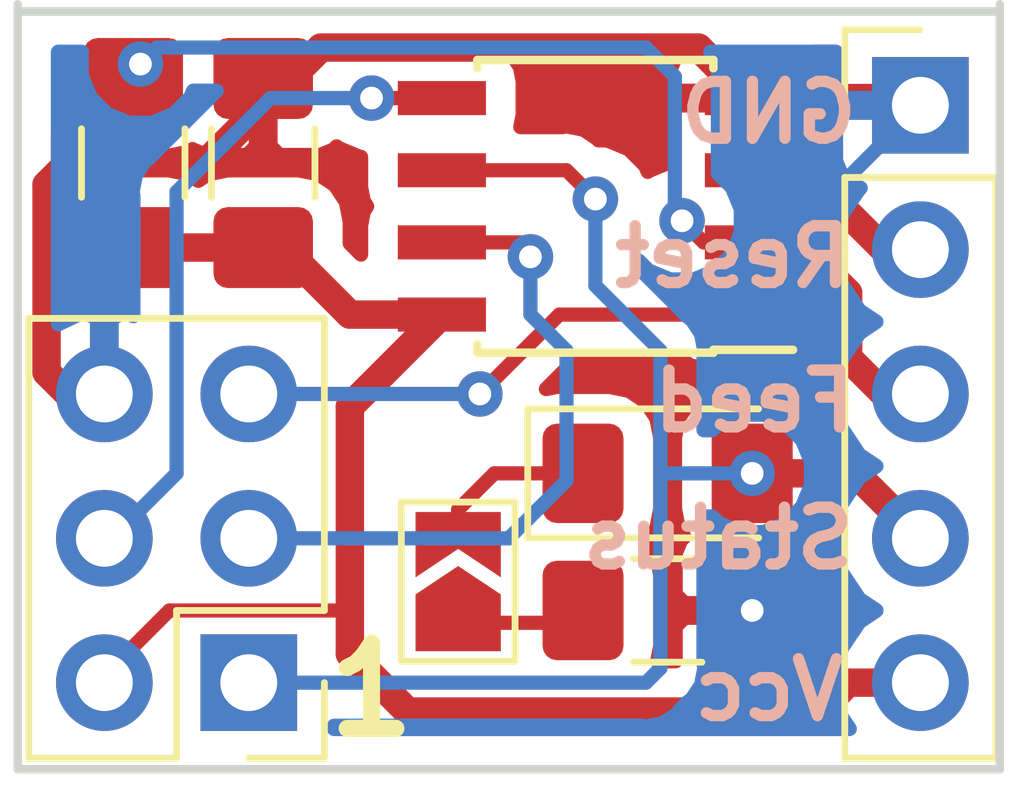
<source format=kicad_pcb>
(kicad_pcb (version 20171130) (host pcbnew 5.0.2+dfsg1-1)

  (general
    (thickness 1.6)
    (drawings 10)
    (tracks 86)
    (zones 0)
    (modules 8)
    (nets 11)
  )

  (page A4)
  (layers
    (0 F.Cu signal)
    (31 B.Cu signal)
    (32 B.Adhes user)
    (33 F.Adhes user)
    (34 B.Paste user)
    (35 F.Paste user)
    (36 B.SilkS user)
    (37 F.SilkS user)
    (38 B.Mask user)
    (39 F.Mask user)
    (40 Dwgs.User user)
    (41 Cmts.User user)
    (42 Eco1.User user)
    (43 Eco2.User user)
    (44 Edge.Cuts user)
    (45 Margin user)
    (46 B.CrtYd user)
    (47 F.CrtYd user)
    (48 B.Fab user)
    (49 F.Fab user)
  )

  (setup
    (last_trace_width 0.5)
    (user_trace_width 0.5)
    (trace_clearance 0.2)
    (zone_clearance 0.508)
    (zone_45_only no)
    (trace_min 0.2)
    (segment_width 0.2)
    (edge_width 0.15)
    (via_size 0.8)
    (via_drill 0.4)
    (via_min_size 0.4)
    (via_min_drill 0.3)
    (uvia_size 0.3)
    (uvia_drill 0.1)
    (uvias_allowed no)
    (uvia_min_size 0.2)
    (uvia_min_drill 0.1)
    (pcb_text_width 0.3)
    (pcb_text_size 1.5 1.5)
    (mod_edge_width 0.15)
    (mod_text_size 1 1)
    (mod_text_width 0.15)
    (pad_size 1.524 1.524)
    (pad_drill 0.762)
    (pad_to_mask_clearance 0.051)
    (solder_mask_min_width 0.25)
    (aux_axis_origin 0 0)
    (visible_elements FFFFFF7F)
    (pcbplotparams
      (layerselection 0x010fc_ffffffff)
      (usegerberextensions false)
      (usegerberattributes false)
      (usegerberadvancedattributes false)
      (creategerberjobfile false)
      (excludeedgelayer true)
      (linewidth 0.100000)
      (plotframeref false)
      (viasonmask false)
      (mode 1)
      (useauxorigin false)
      (hpglpennumber 1)
      (hpglpenspeed 20)
      (hpglpendiameter 15.000000)
      (psnegative false)
      (psa4output false)
      (plotreference true)
      (plotvalue true)
      (plotinvisibletext false)
      (padsonsilk false)
      (subtractmaskfromsilk false)
      (outputformat 1)
      (mirror false)
      (drillshape 1)
      (scaleselection 1)
      (outputdirectory ""))
  )

  (net 0 "")
  (net 1 GND)
  (net 2 "Net-(C1-Pad2)")
  (net 3 "Net-(J1-Pad3)")
  (net 4 "Net-(J2-Pad3)")
  (net 5 "Net-(J2-Pad4)")
  (net 6 "Net-(J2-Pad5)")
  (net 7 "Net-(D1-Pad1)")
  (net 8 "Net-(D1-Pad2)")
  (net 9 "Net-(J1-Pad2)")
  (net 10 "Net-(JP1-Pad1)")

  (net_class Default "Dies ist die voreingestellte Netzklasse."
    (clearance 0.2)
    (trace_width 0.25)
    (via_dia 0.8)
    (via_drill 0.4)
    (uvia_dia 0.3)
    (uvia_drill 0.1)
    (add_net GND)
    (add_net "Net-(C1-Pad2)")
    (add_net "Net-(D1-Pad1)")
    (add_net "Net-(D1-Pad2)")
    (add_net "Net-(J1-Pad2)")
    (add_net "Net-(J1-Pad3)")
    (add_net "Net-(J2-Pad3)")
    (add_net "Net-(J2-Pad4)")
    (add_net "Net-(J2-Pad5)")
    (add_net "Net-(JP1-Pad1)")
  )

  (module Connector_PinHeader_2.54mm:PinHeader_1x05_P2.54mm_Vertical (layer F.Cu) (tedit 5DE25093) (tstamp 5DE252D8)
    (at 115.57 72.009)
    (descr "Through hole straight pin header, 1x05, 2.54mm pitch, single row")
    (tags "Through hole pin header THT 1x05 2.54mm single row")
    (path /5DE24AD1)
    (fp_text reference J1 (at 0 -2.33) (layer F.SilkS) hide
      (effects (font (size 1 1) (thickness 0.15)))
    )
    (fp_text value Conn_01x05_Male (at 0 12.49) (layer F.Fab) hide
      (effects (font (size 1 1) (thickness 0.15)))
    )
    (fp_line (start -0.635 -1.27) (end 1.27 -1.27) (layer F.Fab) (width 0.1))
    (fp_line (start 1.27 -1.27) (end 1.27 11.43) (layer F.Fab) (width 0.1))
    (fp_line (start 1.27 11.43) (end -1.27 11.43) (layer F.Fab) (width 0.1))
    (fp_line (start -1.27 11.43) (end -1.27 -0.635) (layer F.Fab) (width 0.1))
    (fp_line (start -1.27 -0.635) (end -0.635 -1.27) (layer F.Fab) (width 0.1))
    (fp_line (start -1.33 11.49) (end 1.33 11.49) (layer F.SilkS) (width 0.12))
    (fp_line (start -1.33 1.27) (end -1.33 11.49) (layer F.SilkS) (width 0.12))
    (fp_line (start 1.33 1.27) (end 1.33 11.49) (layer F.SilkS) (width 0.12))
    (fp_line (start -1.33 1.27) (end 1.33 1.27) (layer F.SilkS) (width 0.12))
    (fp_line (start -1.33 0) (end -1.33 -1.33) (layer F.SilkS) (width 0.12))
    (fp_line (start -1.33 -1.33) (end 0 -1.33) (layer F.SilkS) (width 0.12))
    (fp_line (start -1.8 -1.8) (end -1.8 11.95) (layer F.CrtYd) (width 0.05))
    (fp_line (start -1.8 11.95) (end 1.8 11.95) (layer F.CrtYd) (width 0.05))
    (fp_line (start 1.8 11.95) (end 1.8 -1.8) (layer F.CrtYd) (width 0.05))
    (fp_line (start 1.8 -1.8) (end -1.8 -1.8) (layer F.CrtYd) (width 0.05))
    (fp_text user %R (at 0 5.08 90) (layer F.Fab) hide
      (effects (font (size 1 1) (thickness 0.15)))
    )
    (pad 1 thru_hole rect (at 0 0) (size 1.7 1.7) (drill 1) (layers *.Cu *.Mask)
      (net 1 GND))
    (pad 2 thru_hole oval (at 0 2.54) (size 1.7 1.7) (drill 1) (layers *.Cu *.Mask)
      (net 9 "Net-(J1-Pad2)"))
    (pad 3 thru_hole oval (at 0 5.08) (size 1.7 1.7) (drill 1) (layers *.Cu *.Mask)
      (net 3 "Net-(J1-Pad3)"))
    (pad 4 thru_hole oval (at 0 7.62) (size 1.7 1.7) (drill 1) (layers *.Cu *.Mask)
      (net 8 "Net-(D1-Pad2)"))
    (pad 5 thru_hole oval (at 0 10.16) (size 1.7 1.7) (drill 1) (layers *.Cu *.Mask)
      (net 2 "Net-(C1-Pad2)"))
    (model ${KISYS3DMOD}/Connector_PinHeader_2.54mm.3dshapes/PinHeader_1x05_P2.54mm_Vertical.wrl
      (at (xyz 0 0 0))
      (scale (xyz 1 1 1))
      (rotate (xyz 0 0 0))
    )
  )

  (module Connector_PinHeader_2.54mm:PinHeader_2x03_P2.54mm_Vertical (layer F.Cu) (tedit 5DE28A41) (tstamp 5DE2909D)
    (at 103.759 82.169 180)
    (descr "Through hole straight pin header, 2x03, 2.54mm pitch, double rows")
    (tags "Through hole pin header THT 2x03 2.54mm double row")
    (path /5DE26AC8)
    (fp_text reference J2 (at 1.27 -2.33 180) (layer F.SilkS) hide
      (effects (font (size 1 1) (thickness 0.15)))
    )
    (fp_text value AVR-ISP-6 (at 1.27 7.41 180) (layer F.Fab) hide
      (effects (font (size 1 1) (thickness 0.15)))
    )
    (fp_line (start 0 -1.27) (end 3.81 -1.27) (layer F.Fab) (width 0.1))
    (fp_line (start 3.81 -1.27) (end 3.81 6.35) (layer F.Fab) (width 0.1))
    (fp_line (start 3.81 6.35) (end -1.27 6.35) (layer F.Fab) (width 0.1))
    (fp_line (start -1.27 6.35) (end -1.27 0) (layer F.Fab) (width 0.1))
    (fp_line (start -1.27 0) (end 0 -1.27) (layer F.Fab) (width 0.1))
    (fp_line (start -1.33 6.41) (end 3.87 6.41) (layer F.SilkS) (width 0.12))
    (fp_line (start -1.33 1.27) (end -1.33 6.41) (layer F.SilkS) (width 0.12))
    (fp_line (start 3.87 -1.33) (end 3.87 6.41) (layer F.SilkS) (width 0.12))
    (fp_line (start -1.33 1.27) (end 1.27 1.27) (layer F.SilkS) (width 0.12))
    (fp_line (start 1.27 1.27) (end 1.27 -1.33) (layer F.SilkS) (width 0.12))
    (fp_line (start 1.27 -1.33) (end 3.87 -1.33) (layer F.SilkS) (width 0.12))
    (fp_line (start -1.33 0) (end -1.33 -1.33) (layer F.SilkS) (width 0.12))
    (fp_line (start -1.33 -1.33) (end 0 -1.33) (layer F.SilkS) (width 0.12))
    (fp_line (start -1.8 -1.8) (end -1.8 6.85) (layer F.CrtYd) (width 0.05))
    (fp_line (start -1.8 6.85) (end 4.35 6.85) (layer F.CrtYd) (width 0.05))
    (fp_line (start 4.35 6.85) (end 4.35 -1.8) (layer F.CrtYd) (width 0.05))
    (fp_line (start 4.35 -1.8) (end -1.8 -1.8) (layer F.CrtYd) (width 0.05))
    (fp_text user %R (at 1.27 2.54 270) (layer F.Fab) hide
      (effects (font (size 1 1) (thickness 0.15)))
    )
    (pad 1 thru_hole rect (at 0 0 180) (size 1.7 1.7) (drill 1) (layers *.Cu *.Mask)
      (net 8 "Net-(D1-Pad2)"))
    (pad 2 thru_hole oval (at 2.54 0 180) (size 1.7 1.7) (drill 1) (layers *.Cu *.Mask)
      (net 2 "Net-(C1-Pad2)"))
    (pad 3 thru_hole oval (at 0 2.54 180) (size 1.7 1.7) (drill 1) (layers *.Cu *.Mask)
      (net 4 "Net-(J2-Pad3)"))
    (pad 4 thru_hole oval (at 2.54 2.54 180) (size 1.7 1.7) (drill 1) (layers *.Cu *.Mask)
      (net 5 "Net-(J2-Pad4)"))
    (pad 5 thru_hole oval (at 0 5.08 180) (size 1.7 1.7) (drill 1) (layers *.Cu *.Mask)
      (net 6 "Net-(J2-Pad5)"))
    (pad 6 thru_hole oval (at 2.54 5.08 180) (size 1.7 1.7) (drill 1) (layers *.Cu *.Mask)
      (net 1 GND))
    (model ${KISYS3DMOD}/Connector_PinHeader_2.54mm.3dshapes/PinHeader_2x03_P2.54mm_Vertical.wrl
      (at (xyz 0 0 0))
      (scale (xyz 1 1 1))
      (rotate (xyz 0 0 0))
    )
  )

  (module Capacitor_SMD:C_1206_3216Metric_Pad1.42x1.75mm_HandSolder (layer F.Cu) (tedit 5DE566B8) (tstamp 5DE564EE)
    (at 104.013 73.025 270)
    (descr "Capacitor SMD 1206 (3216 Metric), square (rectangular) end terminal, IPC_7351 nominal with elongated pad for handsoldering. (Body size source: http://www.tortai-tech.com/upload/download/2011102023233369053.pdf), generated with kicad-footprint-generator")
    (tags "capacitor handsolder")
    (path /5DE24E1B)
    (attr smd)
    (fp_text reference C1 (at 0 -1.82 270) (layer F.SilkS) hide
      (effects (font (size 1 1) (thickness 0.15)))
    )
    (fp_text value 47nF (at 0 1.82 270) (layer F.Fab) hide
      (effects (font (size 1 1) (thickness 0.15)))
    )
    (fp_line (start -1.6 0.8) (end -1.6 -0.8) (layer F.Fab) (width 0.1))
    (fp_line (start -1.6 -0.8) (end 1.6 -0.8) (layer F.Fab) (width 0.1))
    (fp_line (start 1.6 -0.8) (end 1.6 0.8) (layer F.Fab) (width 0.1))
    (fp_line (start 1.6 0.8) (end -1.6 0.8) (layer F.Fab) (width 0.1))
    (fp_line (start -0.602064 -0.91) (end 0.602064 -0.91) (layer F.SilkS) (width 0.12))
    (fp_line (start -0.602064 0.91) (end 0.602064 0.91) (layer F.SilkS) (width 0.12))
    (fp_line (start -2.45 1.12) (end -2.45 -1.12) (layer F.CrtYd) (width 0.05))
    (fp_line (start -2.45 -1.12) (end 2.45 -1.12) (layer F.CrtYd) (width 0.05))
    (fp_line (start 2.45 -1.12) (end 2.45 1.12) (layer F.CrtYd) (width 0.05))
    (fp_line (start 2.45 1.12) (end -2.45 1.12) (layer F.CrtYd) (width 0.05))
    (fp_text user %R (at 0 0 270) (layer F.Fab) hide
      (effects (font (size 0.8 0.8) (thickness 0.12)))
    )
    (pad 1 smd roundrect (at -1.4875 0 270) (size 1.425 1.75) (layers F.Cu F.Paste F.Mask) (roundrect_rratio 0.175439)
      (net 1 GND))
    (pad 2 smd roundrect (at 1.4875 0 270) (size 1.425 1.75) (layers F.Cu F.Paste F.Mask) (roundrect_rratio 0.175439)
      (net 2 "Net-(C1-Pad2)"))
    (model ${KISYS3DMOD}/Capacitor_SMD.3dshapes/C_1206_3216Metric.wrl
      (at (xyz 0 0 0))
      (scale (xyz 1 1 1))
      (rotate (xyz 0 0 0))
    )
  )

  (module LED_SMD:LED_1206_3216Metric_Pad1.42x1.75mm_HandSolder (layer F.Cu) (tedit 5DE566AC) (tstamp 5DE56501)
    (at 111.125 78.486)
    (descr "LED SMD 1206 (3216 Metric), square (rectangular) end terminal, IPC_7351 nominal, (Body size source: http://www.tortai-tech.com/upload/download/2011102023233369053.pdf), generated with kicad-footprint-generator")
    (tags "LED handsolder")
    (path /5DE5654E)
    (attr smd)
    (fp_text reference D1 (at 0 -1.82) (layer F.SilkS) hide
      (effects (font (size 1 1) (thickness 0.15)))
    )
    (fp_text value LED (at 0 1.82) (layer F.Fab) hide
      (effects (font (size 1 1) (thickness 0.15)))
    )
    (fp_line (start 1.6 -0.8) (end -1.2 -0.8) (layer F.Fab) (width 0.1))
    (fp_line (start -1.2 -0.8) (end -1.6 -0.4) (layer F.Fab) (width 0.1))
    (fp_line (start -1.6 -0.4) (end -1.6 0.8) (layer F.Fab) (width 0.1))
    (fp_line (start -1.6 0.8) (end 1.6 0.8) (layer F.Fab) (width 0.1))
    (fp_line (start 1.6 0.8) (end 1.6 -0.8) (layer F.Fab) (width 0.1))
    (fp_line (start 1.6 -1.135) (end -2.46 -1.135) (layer F.SilkS) (width 0.12))
    (fp_line (start -2.46 -1.135) (end -2.46 1.135) (layer F.SilkS) (width 0.12))
    (fp_line (start -2.46 1.135) (end 1.6 1.135) (layer F.SilkS) (width 0.12))
    (fp_line (start -2.45 1.12) (end -2.45 -1.12) (layer F.CrtYd) (width 0.05))
    (fp_line (start -2.45 -1.12) (end 2.45 -1.12) (layer F.CrtYd) (width 0.05))
    (fp_line (start 2.45 -1.12) (end 2.45 1.12) (layer F.CrtYd) (width 0.05))
    (fp_line (start 2.45 1.12) (end -2.45 1.12) (layer F.CrtYd) (width 0.05))
    (fp_text user %R (at 0 0) (layer F.Fab) hide
      (effects (font (size 0.8 0.8) (thickness 0.12)))
    )
    (pad 1 smd roundrect (at -1.4875 0) (size 1.425 1.75) (layers F.Cu F.Paste F.Mask) (roundrect_rratio 0.175439)
      (net 7 "Net-(D1-Pad1)"))
    (pad 2 smd roundrect (at 1.4875 0) (size 1.425 1.75) (layers F.Cu F.Paste F.Mask) (roundrect_rratio 0.175439)
      (net 8 "Net-(D1-Pad2)"))
    (model ${KISYS3DMOD}/LED_SMD.3dshapes/LED_1206_3216Metric.wrl
      (at (xyz 0 0 0))
      (scale (xyz 1 1 1))
      (rotate (xyz 0 0 0))
    )
  )

  (module Resistor_SMD:R_1206_3216Metric_Pad1.42x1.75mm_HandSolder (layer F.Cu) (tedit 5DE566B2) (tstamp 5DE56512)
    (at 101.727 73.025 90)
    (descr "Resistor SMD 1206 (3216 Metric), square (rectangular) end terminal, IPC_7351 nominal with elongated pad for handsoldering. (Body size source: http://www.tortai-tech.com/upload/download/2011102023233369053.pdf), generated with kicad-footprint-generator")
    (tags "resistor handsolder")
    (path /5DE24CCE)
    (attr smd)
    (fp_text reference R1 (at 0 -1.82 90) (layer F.SilkS) hide
      (effects (font (size 1 1) (thickness 0.15)))
    )
    (fp_text value 10k (at 0 1.82 90) (layer F.Fab) hide
      (effects (font (size 1 1) (thickness 0.15)))
    )
    (fp_line (start -1.6 0.8) (end -1.6 -0.8) (layer F.Fab) (width 0.1))
    (fp_line (start -1.6 -0.8) (end 1.6 -0.8) (layer F.Fab) (width 0.1))
    (fp_line (start 1.6 -0.8) (end 1.6 0.8) (layer F.Fab) (width 0.1))
    (fp_line (start 1.6 0.8) (end -1.6 0.8) (layer F.Fab) (width 0.1))
    (fp_line (start -0.602064 -0.91) (end 0.602064 -0.91) (layer F.SilkS) (width 0.12))
    (fp_line (start -0.602064 0.91) (end 0.602064 0.91) (layer F.SilkS) (width 0.12))
    (fp_line (start -2.45 1.12) (end -2.45 -1.12) (layer F.CrtYd) (width 0.05))
    (fp_line (start -2.45 -1.12) (end 2.45 -1.12) (layer F.CrtYd) (width 0.05))
    (fp_line (start 2.45 -1.12) (end 2.45 1.12) (layer F.CrtYd) (width 0.05))
    (fp_line (start 2.45 1.12) (end -2.45 1.12) (layer F.CrtYd) (width 0.05))
    (fp_text user %R (at 0 0 90) (layer F.Fab) hide
      (effects (font (size 0.8 0.8) (thickness 0.12)))
    )
    (pad 1 smd roundrect (at -1.4875 0 90) (size 1.425 1.75) (layers F.Cu F.Paste F.Mask) (roundrect_rratio 0.175439)
      (net 2 "Net-(C1-Pad2)"))
    (pad 2 smd roundrect (at 1.4875 0 90) (size 1.425 1.75) (layers F.Cu F.Paste F.Mask) (roundrect_rratio 0.175439)
      (net 3 "Net-(J1-Pad3)"))
    (model ${KISYS3DMOD}/Resistor_SMD.3dshapes/R_1206_3216Metric.wrl
      (at (xyz 0 0 0))
      (scale (xyz 1 1 1))
      (rotate (xyz 0 0 0))
    )
  )

  (module Resistor_SMD:R_1206_3216Metric_Pad1.42x1.75mm_HandSolder (layer F.Cu) (tedit 5DE566BD) (tstamp 5DE56523)
    (at 111.125 80.899)
    (descr "Resistor SMD 1206 (3216 Metric), square (rectangular) end terminal, IPC_7351 nominal with elongated pad for handsoldering. (Body size source: http://www.tortai-tech.com/upload/download/2011102023233369053.pdf), generated with kicad-footprint-generator")
    (tags "resistor handsolder")
    (path /5DE5683E)
    (attr smd)
    (fp_text reference R2 (at 0 -1.82) (layer F.SilkS) hide
      (effects (font (size 1 1) (thickness 0.15)))
    )
    (fp_text value 3k3 (at 0 1.82) (layer F.Fab) hide
      (effects (font (size 1 1) (thickness 0.15)))
    )
    (fp_text user %R (at 0 0) (layer F.Fab) hide
      (effects (font (size 0.8 0.8) (thickness 0.12)))
    )
    (fp_line (start 2.45 1.12) (end -2.45 1.12) (layer F.CrtYd) (width 0.05))
    (fp_line (start 2.45 -1.12) (end 2.45 1.12) (layer F.CrtYd) (width 0.05))
    (fp_line (start -2.45 -1.12) (end 2.45 -1.12) (layer F.CrtYd) (width 0.05))
    (fp_line (start -2.45 1.12) (end -2.45 -1.12) (layer F.CrtYd) (width 0.05))
    (fp_line (start -0.602064 0.91) (end 0.602064 0.91) (layer F.SilkS) (width 0.12))
    (fp_line (start -0.602064 -0.91) (end 0.602064 -0.91) (layer F.SilkS) (width 0.12))
    (fp_line (start 1.6 0.8) (end -1.6 0.8) (layer F.Fab) (width 0.1))
    (fp_line (start 1.6 -0.8) (end 1.6 0.8) (layer F.Fab) (width 0.1))
    (fp_line (start -1.6 -0.8) (end 1.6 -0.8) (layer F.Fab) (width 0.1))
    (fp_line (start -1.6 0.8) (end -1.6 -0.8) (layer F.Fab) (width 0.1))
    (pad 2 smd roundrect (at 1.4875 0) (size 1.425 1.75) (layers F.Cu F.Paste F.Mask) (roundrect_rratio 0.175439)
      (net 1 GND))
    (pad 1 smd roundrect (at -1.4875 0) (size 1.425 1.75) (layers F.Cu F.Paste F.Mask) (roundrect_rratio 0.175439)
      (net 10 "Net-(JP1-Pad1)"))
    (model ${KISYS3DMOD}/Resistor_SMD.3dshapes/R_1206_3216Metric.wrl
      (at (xyz 0 0 0))
      (scale (xyz 1 1 1))
      (rotate (xyz 0 0 0))
    )
  )

  (module Package_SO:SOIC-8_3.9x4.9mm_P1.27mm (layer F.Cu) (tedit 5DE63E01) (tstamp 5DF2FB80)
    (at 109.855 73.787 180)
    (descr "8-Lead Plastic Small Outline (SN) - Narrow, 3.90 mm Body [SOIC] (see Microchip Packaging Specification http://ww1.microchip.com/downloads/en/PackagingSpec/00000049BQ.pdf)")
    (tags "SOIC 1.27")
    (path /5DE249C8)
    (attr smd)
    (fp_text reference U1 (at 0 -3.5 180) (layer F.SilkS) hide
      (effects (font (size 1 1) (thickness 0.15)))
    )
    (fp_text value ATtiny45-20PU (at 0 3.5 180) (layer F.Fab) hide
      (effects (font (size 1 1) (thickness 0.15)))
    )
    (fp_text user %R (at 0 0) (layer F.Fab) hide
      (effects (font (size 1 1) (thickness 0.15)))
    )
    (fp_line (start -0.95 -2.45) (end 1.95 -2.45) (layer F.Fab) (width 0.1))
    (fp_line (start 1.95 -2.45) (end 1.95 2.45) (layer F.Fab) (width 0.1))
    (fp_line (start 1.95 2.45) (end -1.95 2.45) (layer F.Fab) (width 0.1))
    (fp_line (start -1.95 2.45) (end -1.95 -1.45) (layer F.Fab) (width 0.1))
    (fp_line (start -1.95 -1.45) (end -0.95 -2.45) (layer F.Fab) (width 0.1))
    (fp_line (start -3.73 -2.7) (end -3.73 2.7) (layer F.CrtYd) (width 0.05))
    (fp_line (start 3.73 -2.7) (end 3.73 2.7) (layer F.CrtYd) (width 0.05))
    (fp_line (start -3.73 -2.7) (end 3.73 -2.7) (layer F.CrtYd) (width 0.05))
    (fp_line (start -3.73 2.7) (end 3.73 2.7) (layer F.CrtYd) (width 0.05))
    (fp_line (start -2.075 -2.575) (end -2.075 -2.525) (layer F.SilkS) (width 0.15))
    (fp_line (start 2.075 -2.575) (end 2.075 -2.43) (layer F.SilkS) (width 0.15))
    (fp_line (start 2.075 2.575) (end 2.075 2.43) (layer F.SilkS) (width 0.15))
    (fp_line (start -2.075 2.575) (end -2.075 2.43) (layer F.SilkS) (width 0.15))
    (fp_line (start -2.075 -2.575) (end 2.075 -2.575) (layer F.SilkS) (width 0.15))
    (fp_line (start -2.075 2.575) (end 2.075 2.575) (layer F.SilkS) (width 0.15))
    (fp_line (start -2.075 -2.525) (end -3.475 -2.525) (layer F.SilkS) (width 0.15))
    (pad 1 smd rect (at -2.7 -1.905 180) (size 1.55 0.6) (layers F.Cu F.Paste F.Mask)
      (net 6 "Net-(J2-Pad5)"))
    (pad 2 smd rect (at -2.7 -0.635 180) (size 1.55 0.6) (layers F.Cu F.Paste F.Mask)
      (net 3 "Net-(J1-Pad3)"))
    (pad 3 smd rect (at -2.7 0.635 180) (size 1.55 0.6) (layers F.Cu F.Paste F.Mask)
      (net 9 "Net-(J1-Pad2)"))
    (pad 4 smd rect (at -2.7 1.905 180) (size 1.55 0.6) (layers F.Cu F.Paste F.Mask)
      (net 1 GND))
    (pad 5 smd rect (at 2.7 1.905 180) (size 1.55 0.6) (layers F.Cu F.Paste F.Mask)
      (net 5 "Net-(J2-Pad4)"))
    (pad 6 smd rect (at 2.7 0.635 180) (size 1.55 0.6) (layers F.Cu F.Paste F.Mask)
      (net 8 "Net-(D1-Pad2)"))
    (pad 7 smd rect (at 2.7 -0.635 180) (size 1.55 0.6) (layers F.Cu F.Paste F.Mask)
      (net 4 "Net-(J2-Pad3)"))
    (pad 8 smd rect (at 2.7 -1.905 180) (size 1.55 0.6) (layers F.Cu F.Paste F.Mask)
      (net 2 "Net-(C1-Pad2)"))
    (model ${KISYS3DMOD}/Package_SO.3dshapes/SOIC-8_3.9x4.9mm_P1.27mm.wrl
      (at (xyz 0 0 0))
      (scale (xyz 1 1 1))
      (rotate (xyz 0 0 0))
    )
  )

  (module Jumper:SolderJumper-2_P1.3mm_Open_TrianglePad1.0x1.5mm (layer F.Cu) (tedit 5DE778D2) (tstamp 5DE77ED9)
    (at 107.442 80.391 90)
    (descr "SMD Solder Jumper, 1x1.5mm Triangular Pads, 0.3mm gap, open")
    (tags "solder jumper open")
    (path /5DE77C5A)
    (attr virtual)
    (fp_text reference JP1 (at 0 -1.8 90) (layer F.SilkS) hide
      (effects (font (size 1 1) (thickness 0.15)))
    )
    (fp_text value SolderJumper_2_Open (at 0 1.9 90) (layer F.Fab) hide
      (effects (font (size 1 1) (thickness 0.15)))
    )
    (fp_line (start -1.4 1) (end -1.4 -1) (layer F.SilkS) (width 0.12))
    (fp_line (start 1.4 1) (end -1.4 1) (layer F.SilkS) (width 0.12))
    (fp_line (start 1.4 -1) (end 1.4 1) (layer F.SilkS) (width 0.12))
    (fp_line (start -1.4 -1) (end 1.4 -1) (layer F.SilkS) (width 0.12))
    (fp_line (start -1.65 -1.25) (end 1.65 -1.25) (layer F.CrtYd) (width 0.05))
    (fp_line (start -1.65 -1.25) (end -1.65 1.25) (layer F.CrtYd) (width 0.05))
    (fp_line (start 1.65 1.25) (end 1.65 -1.25) (layer F.CrtYd) (width 0.05))
    (fp_line (start 1.65 1.25) (end -1.65 1.25) (layer F.CrtYd) (width 0.05))
    (pad 2 smd custom (at 0.725 0 90) (size 0.3 0.3) (layers F.Cu F.Mask)
      (net 7 "Net-(D1-Pad1)") (zone_connect 0)
      (options (clearance outline) (anchor rect))
      (primitives
        (gr_poly (pts
           (xy -0.65 -0.75) (xy 0.5 -0.75) (xy 0.5 0.75) (xy -0.65 0.75) (xy -0.15 0)
) (width 0))
      ))
    (pad 1 smd custom (at -0.725 0 90) (size 0.3 0.3) (layers F.Cu F.Mask)
      (net 10 "Net-(JP1-Pad1)") (zone_connect 0)
      (options (clearance outline) (anchor rect))
      (primitives
        (gr_poly (pts
           (xy -0.5 -0.75) (xy 0.5 -0.75) (xy 1 0) (xy 0.5 0.75) (xy -0.5 0.75)
) (width 0))
      ))
  )

  (gr_line (start 116.967 70.231) (end 116.967 83.693) (angle 90) (layer Edge.Cuts) (width 0.15))
  (gr_line (start 99.695 70.231) (end 99.695 83.693) (angle 90) (layer Edge.Cuts) (width 0.15))
  (gr_line (start 99.695 83.693) (end 116.967 83.693) (angle 90) (layer Edge.Cuts) (width 0.15))
  (gr_line (start 99.695 70.358) (end 116.967 70.358) (angle 90) (layer Edge.Cuts) (width 0.15))
  (gr_text 1 (at 105.918 82.296) (layer F.SilkS)
    (effects (font (size 1.5 1.5) (thickness 0.3)))
  )
  (gr_text Reset (at 112.268 74.676) (layer B.SilkS)
    (effects (font (size 1 1) (thickness 0.2)) (justify mirror))
  )
  (gr_text Feed (at 112.649 77.216) (layer B.SilkS)
    (effects (font (size 1 1) (thickness 0.2)) (justify mirror))
  )
  (gr_text "Status\n" (at 112.014 79.629) (layer B.SilkS)
    (effects (font (size 1 1) (thickness 0.2)) (justify mirror))
  )
  (gr_text GND (at 112.903 72.136) (layer B.SilkS)
    (effects (font (size 1 1) (thickness 0.2)) (justify mirror))
  )
  (gr_text Vcc (at 112.903 82.296) (layer B.SilkS)
    (effects (font (size 1 1) (thickness 0.2)) (justify mirror))
  )

  (segment (start 112.555 71.882) (end 115.443 71.882) (width 0.5) (layer F.Cu) (net 1) (status C00000))
  (segment (start 115.443 71.882) (end 115.57 72.009) (width 0.5) (layer F.Cu) (net 1) (tstamp 5DF34069) (status C00000))
  (segment (start 104.7385 71.2835) (end 105.029 70.993) (width 0.5) (layer F.Cu) (net 1) (tstamp 5DF3562E))
  (segment (start 105.029 70.993) (end 111.666 70.993) (width 0.5) (layer F.Cu) (net 1) (tstamp 5DF3562F))
  (segment (start 111.666 70.993) (end 112.555 71.882) (width 0.5) (layer F.Cu) (net 1) (tstamp 5DF35630) (status 800000))
  (segment (start 101.219 77.089) (end 100.584 77.089) (width 0.5) (layer F.Cu) (net 1) (status C00000))
  (segment (start 104.394 71.628) (end 104.394 71.2835) (width 0.5) (layer F.Cu) (net 1) (tstamp 5DF362C4))
  (segment (start 102.997 73.025) (end 104.394 71.628) (width 0.5) (layer F.Cu) (net 1) (tstamp 5DF362C3))
  (segment (start 100.584 73.025) (end 102.997 73.025) (width 0.5) (layer F.Cu) (net 1) (tstamp 5DF362C2))
  (segment (start 100.203 73.406) (end 100.584 73.025) (width 0.5) (layer F.Cu) (net 1) (tstamp 5DF362C1))
  (segment (start 100.203 76.708) (end 100.203 73.406) (width 0.5) (layer F.Cu) (net 1) (tstamp 5DF362C0))
  (segment (start 100.584 77.089) (end 100.203 76.708) (width 0.5) (layer F.Cu) (net 1) (tstamp 5DF362BF) (status 400000))
  (via (at 112.6125 80.899) (size 0.8) (drill 0.4) (layers F.Cu B.Cu) (net 1) (status C00000))
  (segment (start 115.57 72.009) (end 113.919 73.66) (width 0.25) (layer B.Cu) (net 1) (tstamp 5DF3641D) (status 400000))
  (segment (start 113.919 80.772) (end 113.919 73.66) (width 0.25) (layer B.Cu) (net 1) (tstamp 5DF3641C))
  (segment (start 113.665 81.026) (end 113.919 80.772) (width 0.25) (layer B.Cu) (net 1) (tstamp 5DF3641B))
  (segment (start 112.7395 81.026) (end 113.665 81.026) (width 0.25) (layer B.Cu) (net 1) (tstamp 5DF3641A))
  (segment (start 112.7395 81.026) (end 112.6125 80.899) (width 0.25) (layer B.Cu) (net 1) (tstamp 5DF36419) (status 800000))
  (segment (start 105.537 75.692) (end 107.155 75.692) (width 0.5) (layer F.Cu) (net 2) (tstamp 5DF35636) (status 800000))
  (segment (start 104.1035 74.2585) (end 105.537 75.692) (width 0.5) (layer F.Cu) (net 2) (tstamp 5DF35635))
  (segment (start 115.57 82.169) (end 114.3 82.169) (width 0.5) (layer F.Cu) (net 2) (status 400000))
  (segment (start 105.537 77.31) (end 107.155 75.692) (width 0.5) (layer F.Cu) (net 2) (tstamp 5DE78C48) (status 800000))
  (segment (start 105.537 81.661) (end 105.537 80.899) (width 0.5) (layer F.Cu) (net 2) (tstamp 5DE78C47))
  (segment (start 105.537 80.899) (end 105.537 77.31) (width 0.5) (layer F.Cu) (net 2) (tstamp 5DE78C50))
  (segment (start 106.553 82.677) (end 105.537 81.661) (width 0.5) (layer F.Cu) (net 2) (tstamp 5DE78C46))
  (segment (start 113.792 82.677) (end 106.553 82.677) (width 0.5) (layer F.Cu) (net 2) (tstamp 5DE78C45))
  (segment (start 114.3 82.169) (end 113.792 82.677) (width 0.5) (layer F.Cu) (net 2) (tstamp 5DE78C44))
  (segment (start 101.219 82.169) (end 101.219 82.042) (width 0.25) (layer F.Cu) (net 2) (status C00000))
  (segment (start 102.362 80.899) (end 105.537 80.899) (width 0.25) (layer F.Cu) (net 2) (tstamp 5DE78C4C))
  (segment (start 101.219 82.042) (end 102.362 80.899) (width 0.25) (layer F.Cu) (net 2) (tstamp 5DE78C4B) (status 400000))
  (segment (start 101.727 74.5125) (end 104.013 74.5125) (width 0.5) (layer F.Cu) (net 2) (status C00000))
  (segment (start 112.555 74.422) (end 113.411 74.422) (width 0.5) (layer F.Cu) (net 3) (status 400000))
  (segment (start 114.935 77.089) (end 115.57 77.089) (width 0.5) (layer F.Cu) (net 3) (tstamp 5DF34073) (status C00000))
  (segment (start 114.3 76.454) (end 114.935 77.089) (width 0.5) (layer F.Cu) (net 3) (tstamp 5DF34072) (status 800000))
  (segment (start 114.3 75.311) (end 114.3 76.454) (width 0.5) (layer F.Cu) (net 3) (tstamp 5DF34071))
  (segment (start 113.411 74.422) (end 114.3 75.311) (width 0.5) (layer F.Cu) (net 3) (tstamp 5DF34070))
  (via (at 101.854 71.2835) (size 0.8) (drill 0.4) (layers F.Cu B.Cu) (net 3) (status C00000))
  (segment (start 112.555 74.422) (end 111.76 74.422) (width 0.25) (layer F.Cu) (net 3) (tstamp 5DF35644) (status 400000))
  (segment (start 111.379 74.041) (end 111.76 74.422) (width 0.25) (layer F.Cu) (net 3) (tstamp 5DF35643))
  (via (at 111.379 74.041) (size 0.8) (drill 0.4) (layers F.Cu B.Cu) (net 3))
  (segment (start 111.252 74.041) (end 111.379 74.041) (width 0.25) (layer B.Cu) (net 3) (tstamp 5DF35640))
  (segment (start 111.252 71.501) (end 111.252 74.041) (width 0.25) (layer B.Cu) (net 3) (tstamp 5DF3563F))
  (segment (start 110.744 70.993) (end 111.252 71.501) (width 0.25) (layer B.Cu) (net 3) (tstamp 5DF3563E))
  (segment (start 102.1445 70.993) (end 110.744 70.993) (width 0.25) (layer B.Cu) (net 3) (tstamp 5DF3563D))
  (segment (start 102.1445 70.993) (end 101.854 71.2835) (width 0.25) (layer B.Cu) (net 3) (tstamp 5DF3563C))
  (segment (start 103.759 79.629) (end 104.961081 79.629) (width 0.25) (layer B.Cu) (net 4))
  (segment (start 104.961081 79.629) (end 108.331 79.629) (width 0.25) (layer B.Cu) (net 4))
  (segment (start 108.331 79.629) (end 109.347 78.613) (width 0.25) (layer B.Cu) (net 4))
  (segment (start 109.347 78.613) (end 109.347 76.327) (width 0.25) (layer B.Cu) (net 4))
  (via (at 108.712 74.676) (size 0.8) (drill 0.4) (layers F.Cu B.Cu) (net 4))
  (segment (start 109.347 76.327) (end 108.712 75.692) (width 0.25) (layer B.Cu) (net 4))
  (segment (start 108.712 75.692) (end 108.712 74.676) (width 0.25) (layer B.Cu) (net 4))
  (segment (start 108.712 74.676) (end 108.712 74.549) (width 0.25) (layer F.Cu) (net 4))
  (segment (start 108.585 74.422) (end 107.155 74.422) (width 0.25) (layer F.Cu) (net 4))
  (segment (start 108.712 74.549) (end 108.585 74.422) (width 0.25) (layer F.Cu) (net 4))
  (segment (start 101.219 79.629) (end 101.346 79.629) (width 0.25) (layer B.Cu) (net 5) (status C00000))
  (segment (start 105.918 71.882) (end 107.155 71.882) (width 0.25) (layer F.Cu) (net 5) (tstamp 5DF362D8) (status 800000))
  (via (at 105.918 71.882) (size 0.8) (drill 0.4) (layers F.Cu B.Cu) (net 5))
  (segment (start 104.14 71.882) (end 105.918 71.882) (width 0.25) (layer B.Cu) (net 5) (tstamp 5DF362D5))
  (segment (start 102.489 73.533) (end 104.14 71.882) (width 0.25) (layer B.Cu) (net 5) (tstamp 5DF362D3))
  (segment (start 102.489 78.486) (end 102.489 73.533) (width 0.25) (layer B.Cu) (net 5) (tstamp 5DF362D1))
  (segment (start 101.346 79.629) (end 102.489 78.486) (width 0.25) (layer B.Cu) (net 5) (tstamp 5DF362D0) (status 400000))
  (segment (start 103.759 77.089) (end 107.823 77.089) (width 0.25) (layer B.Cu) (net 6) (status 400000))
  (segment (start 109.22 75.692) (end 112.555 75.692) (width 0.25) (layer F.Cu) (net 6) (tstamp 5DF3630D) (status 800000))
  (segment (start 107.823 77.089) (end 109.22 75.692) (width 0.25) (layer F.Cu) (net 6) (tstamp 5DF3630C))
  (via (at 107.823 77.089) (size 0.8) (drill 0.4) (layers F.Cu B.Cu) (net 6))
  (segment (start 107.442 79.666) (end 107.442 79.121) (width 0.25) (layer F.Cu) (net 7) (status 400000))
  (segment (start 108.077 78.486) (end 109.6375 78.486) (width 0.25) (layer F.Cu) (net 7) (tstamp 5DE78E8E) (status 800000))
  (segment (start 107.442 79.121) (end 108.077 78.486) (width 0.25) (layer F.Cu) (net 7) (tstamp 5DE78E8D))
  (segment (start 112.6125 78.486) (end 114.427 78.486) (width 0.5) (layer F.Cu) (net 8) (status 400000))
  (segment (start 110.998 78.486) (end 112.6125 78.486) (width 0.25) (layer B.Cu) (net 8) (tstamp 5DF364AD) (status 800000))
  (via (at 112.6125 78.486) (size 0.8) (drill 0.4) (layers F.Cu B.Cu) (net 8) (status C00000))
  (segment (start 114.427 78.486) (end 115.57 79.629) (width 0.5) (layer F.Cu) (net 8) (tstamp 5DF34329) (status 800000))
  (segment (start 103.759 82.169) (end 110.744 82.169) (width 0.25) (layer B.Cu) (net 8) (status 400000))
  (segment (start 109.347 73.152) (end 107.155 73.152) (width 0.25) (layer F.Cu) (net 8) (tstamp 5DF364A9) (status 800000))
  (segment (start 109.855 73.66) (end 109.347 73.152) (width 0.25) (layer F.Cu) (net 8) (tstamp 5DF364A8))
  (via (at 109.855 73.66) (size 0.8) (drill 0.4) (layers F.Cu B.Cu) (net 8))
  (segment (start 109.855 75.184) (end 109.855 73.66) (width 0.25) (layer B.Cu) (net 8) (tstamp 5DF364A5))
  (segment (start 110.998 76.327) (end 109.855 75.184) (width 0.25) (layer B.Cu) (net 8) (tstamp 5DF364A3))
  (segment (start 110.998 81.915) (end 110.998 76.327) (width 0.25) (layer B.Cu) (net 8) (tstamp 5DF364A2))
  (segment (start 110.744 82.169) (end 110.998 81.915) (width 0.25) (layer B.Cu) (net 8) (tstamp 5DF364A1))
  (segment (start 112.555 73.152) (end 113.538 73.152) (width 0.5) (layer F.Cu) (net 9) (status 400000))
  (segment (start 114.935 74.549) (end 115.57 74.549) (width 0.5) (layer F.Cu) (net 9) (tstamp 5DF3406D) (status C00000))
  (segment (start 113.538 73.152) (end 114.935 74.549) (width 0.5) (layer F.Cu) (net 9) (tstamp 5DF3406C) (status 800000))
  (segment (start 107.442 81.116) (end 109.4205 81.116) (width 0.25) (layer F.Cu) (net 10) (status C00000))
  (segment (start 109.4205 81.116) (end 109.6375 80.899) (width 0.25) (layer F.Cu) (net 10) (tstamp 5DEA840D) (status C00000))

  (zone (net 1) (net_name GND) (layer B.Cu) (tstamp 5DE609FB) (hatch edge 0.508)
    (connect_pads (clearance 0.508))
    (min_thickness 0.254)
    (fill yes (arc_segments 16) (thermal_gap 0.508) (thermal_bridge_width 0.508))
    (polygon
      (pts
        (xy 116.84 83.566) (xy 99.695 83.566) (xy 99.695 70.485) (xy 116.84 70.485)
      )
    )
    (filled_polygon
      (pts
        (xy 114.085 71.72325) (xy 114.24375 71.882) (xy 115.443 71.882) (xy 115.443 71.862) (xy 115.697 71.862)
        (xy 115.697 71.882) (xy 115.717 71.882) (xy 115.717 72.136) (xy 115.697 72.136) (xy 115.697 72.156)
        (xy 115.443 72.156) (xy 115.443 72.136) (xy 114.24375 72.136) (xy 114.085 72.29475) (xy 114.085 72.98531)
        (xy 114.181673 73.218699) (xy 114.360302 73.397327) (xy 114.521033 73.463904) (xy 114.499375 73.478375) (xy 114.171161 73.969582)
        (xy 114.055908 74.549) (xy 114.171161 75.128418) (xy 114.499375 75.619625) (xy 114.797761 75.819) (xy 114.499375 76.018375)
        (xy 114.171161 76.509582) (xy 114.055908 77.089) (xy 114.171161 77.668418) (xy 114.499375 78.159625) (xy 114.797761 78.359)
        (xy 114.499375 78.558375) (xy 114.171161 79.049582) (xy 114.055908 79.629) (xy 114.171161 80.208418) (xy 114.499375 80.699625)
        (xy 114.797761 80.899) (xy 114.499375 81.098375) (xy 114.171161 81.589582) (xy 114.055908 82.169) (xy 114.171161 82.748418)
        (xy 114.327904 82.983) (xy 105.25644 82.983) (xy 105.25644 82.929) (xy 110.669153 82.929) (xy 110.744 82.943888)
        (xy 110.818847 82.929) (xy 110.818852 82.929) (xy 111.040537 82.884904) (xy 111.291929 82.716929) (xy 111.334331 82.65347)
        (xy 111.48247 82.505331) (xy 111.545929 82.462929) (xy 111.713904 82.211537) (xy 111.758 81.989852) (xy 111.758 81.989848)
        (xy 111.772888 81.915001) (xy 111.758 81.840154) (xy 111.758 79.246) (xy 111.908789 79.246) (xy 112.02622 79.363431)
        (xy 112.406626 79.521) (xy 112.818374 79.521) (xy 113.19878 79.363431) (xy 113.489931 79.07228) (xy 113.6475 78.691874)
        (xy 113.6475 78.280126) (xy 113.489931 77.89972) (xy 113.19878 77.608569) (xy 112.818374 77.451) (xy 112.406626 77.451)
        (xy 112.02622 77.608569) (xy 111.908789 77.726) (xy 111.758 77.726) (xy 111.758 76.401846) (xy 111.772888 76.326999)
        (xy 111.758 76.252152) (xy 111.758 76.252148) (xy 111.713904 76.030463) (xy 111.545929 75.779071) (xy 111.482473 75.736671)
        (xy 110.615 74.869199) (xy 110.615 74.740711) (xy 110.79272 74.918431) (xy 111.173126 75.076) (xy 111.584874 75.076)
        (xy 111.96528 74.918431) (xy 112.256431 74.62728) (xy 112.414 74.246874) (xy 112.414 73.835126) (xy 112.256431 73.45472)
        (xy 112.012 73.210289) (xy 112.012 71.575846) (xy 112.026888 71.500999) (xy 112.012 71.426152) (xy 112.012 71.426148)
        (xy 111.967904 71.204463) (xy 111.883154 71.077626) (xy 111.876723 71.068) (xy 114.085 71.068)
      )
    )
    (filled_polygon
      (pts
        (xy 100.819 71.077626) (xy 100.819 71.489374) (xy 100.976569 71.86978) (xy 101.26772 72.160931) (xy 101.648126 72.3185)
        (xy 102.059874 72.3185) (xy 102.44028 72.160931) (xy 102.731431 71.86978) (xy 102.779803 71.753) (xy 103.194198 71.753)
        (xy 102.004528 72.942671) (xy 101.941072 72.985071) (xy 101.898672 73.048527) (xy 101.898671 73.048528) (xy 101.773097 73.236463)
        (xy 101.714112 73.533) (xy 101.729001 73.607852) (xy 101.729001 75.719418) (xy 101.575892 75.647514) (xy 101.346 75.768181)
        (xy 101.346 76.962) (xy 101.366 76.962) (xy 101.366 77.216) (xy 101.346 77.216) (xy 101.346 77.236)
        (xy 101.092 77.236) (xy 101.092 77.216) (xy 101.072 77.216) (xy 101.072 76.962) (xy 101.092 76.962)
        (xy 101.092 75.768181) (xy 100.862108 75.647514) (xy 100.405 75.862184) (xy 100.405 71.068) (xy 100.822987 71.068)
      )
    )
  )
  (zone (net 1) (net_name GND) (layer F.Cu) (tstamp 5DE609FC) (hatch edge 0.508)
    (connect_pads (clearance 0.508))
    (min_thickness 0.254)
    (fill yes (arc_segments 16) (thermal_gap 0.508) (thermal_bridge_width 0.508))
    (polygon
      (pts
        (xy 116.84 83.566) (xy 99.695 83.566) (xy 99.695 70.485) (xy 116.84 70.485)
      )
    )
    (filled_polygon
      (pts
        (xy 111.532235 76.590157) (xy 111.78 76.63944) (xy 113.33 76.63944) (xy 113.43057 76.619436) (xy 113.466348 76.799309)
        (xy 113.612576 77.018154) (xy 113.612578 77.018156) (xy 113.661952 77.092049) (xy 113.735844 77.141423) (xy 114.148397 77.553976)
        (xy 114.157751 77.601) (xy 113.920722 77.601) (xy 113.904126 77.517565) (xy 113.709586 77.226414) (xy 113.418435 77.031874)
        (xy 113.075 76.96356) (xy 112.15 76.96356) (xy 111.806565 77.031874) (xy 111.515414 77.226414) (xy 111.320874 77.517565)
        (xy 111.25256 77.861) (xy 111.25256 79.111) (xy 111.320874 79.454435) (xy 111.421276 79.604698) (xy 111.361673 79.664301)
        (xy 111.265 79.89769) (xy 111.265 80.61325) (xy 111.42375 80.772) (xy 112.4855 80.772) (xy 112.4855 80.752)
        (xy 112.7395 80.752) (xy 112.7395 80.772) (xy 113.80125 80.772) (xy 113.96 80.61325) (xy 113.96 79.89769)
        (xy 113.863327 79.664301) (xy 113.803724 79.604698) (xy 113.904126 79.454435) (xy 113.920722 79.371) (xy 114.060422 79.371)
        (xy 114.099462 79.41004) (xy 114.055908 79.629) (xy 114.171161 80.208418) (xy 114.499375 80.699625) (xy 114.797761 80.899)
        (xy 114.499375 81.098375) (xy 114.37673 81.281926) (xy 114.299999 81.266663) (xy 114.212839 81.284) (xy 114.212835 81.284)
        (xy 113.96 81.334292) (xy 113.96 81.18475) (xy 113.80125 81.026) (xy 112.7395 81.026) (xy 112.7395 81.046)
        (xy 112.4855 81.046) (xy 112.4855 81.026) (xy 111.42375 81.026) (xy 111.265 81.18475) (xy 111.265 81.792)
        (xy 110.944131 81.792) (xy 110.99744 81.524) (xy 110.99744 80.274) (xy 110.929126 79.930565) (xy 110.770057 79.6925)
        (xy 110.929126 79.454435) (xy 110.99744 79.111) (xy 110.99744 77.861) (xy 110.929126 77.517565) (xy 110.734586 77.226414)
        (xy 110.443435 77.031874) (xy 110.1 76.96356) (xy 109.175 76.96356) (xy 108.98556 77.001242) (xy 109.534803 76.452)
        (xy 111.32547 76.452)
      )
    )
    (filled_polygon
      (pts
        (xy 101.346 76.962) (xy 101.366 76.962) (xy 101.366 77.216) (xy 101.346 77.216) (xy 101.346 77.236)
        (xy 101.092 77.236) (xy 101.092 77.216) (xy 101.072 77.216) (xy 101.072 76.962) (xy 101.092 76.962)
        (xy 101.092 76.942) (xy 101.346 76.942)
      )
    )
    (filled_polygon
      (pts
        (xy 104.14 71.4105) (xy 104.16 71.4105) (xy 104.16 71.6645) (xy 104.14 71.6645) (xy 104.14 72.72625)
        (xy 104.29875 72.885) (xy 105.01431 72.885) (xy 105.247699 72.788327) (xy 105.304157 72.731868) (xy 105.33172 72.759431)
        (xy 105.712126 72.917) (xy 105.73256 72.917) (xy 105.73256 73.452) (xy 105.781843 73.699765) (xy 105.840132 73.787)
        (xy 105.781843 73.874235) (xy 105.73256 74.122) (xy 105.73256 74.635981) (xy 105.53544 74.438861) (xy 105.53544 74.05)
        (xy 105.467126 73.706565) (xy 105.272586 73.415414) (xy 104.981435 73.220874) (xy 104.638 73.15256) (xy 103.388 73.15256)
        (xy 103.044565 73.220874) (xy 102.87 73.337514) (xy 102.695435 73.220874) (xy 102.352 73.15256) (xy 101.102 73.15256)
        (xy 100.758565 73.220874) (xy 100.467414 73.415414) (xy 100.405 73.508824) (xy 100.405 72.541176) (xy 100.467414 72.634586)
        (xy 100.758565 72.829126) (xy 101.102 72.89744) (xy 102.352 72.89744) (xy 102.695435 72.829126) (xy 102.769567 72.779593)
        (xy 102.778301 72.788327) (xy 103.01169 72.885) (xy 103.72725 72.885) (xy 103.886 72.72625) (xy 103.886 71.6645)
        (xy 103.866 71.6645) (xy 103.866 71.4105) (xy 103.886 71.4105) (xy 103.886 71.3905) (xy 104.14 71.3905)
      )
    )
    (filled_polygon
      (pts
        (xy 111.241673 71.222301) (xy 111.145 71.45569) (xy 111.145 71.59625) (xy 111.30375 71.755) (xy 112.428 71.755)
        (xy 112.428 71.735) (xy 112.682 71.735) (xy 112.682 71.755) (xy 113.80625 71.755) (xy 113.965 71.59625)
        (xy 113.965 71.45569) (xy 113.868327 71.222301) (xy 113.714025 71.068) (xy 114.085 71.068) (xy 114.085 71.72325)
        (xy 114.24375 71.882) (xy 115.443 71.882) (xy 115.443 71.862) (xy 115.697 71.862) (xy 115.697 71.882)
        (xy 115.717 71.882) (xy 115.717 72.136) (xy 115.697 72.136) (xy 115.697 72.156) (xy 115.443 72.156)
        (xy 115.443 72.136) (xy 114.24375 72.136) (xy 114.085 72.29475) (xy 114.085 72.453114) (xy 113.944035 72.358923)
        (xy 113.965 72.30831) (xy 113.965 72.16775) (xy 113.80625 72.009) (xy 112.682 72.009) (xy 112.682 72.029)
        (xy 112.428 72.029) (xy 112.428 72.009) (xy 111.30375 72.009) (xy 111.145 72.16775) (xy 111.145 72.30831)
        (xy 111.234768 72.525028) (xy 111.181843 72.604235) (xy 111.13256 72.852) (xy 111.13256 73.022803) (xy 110.79272 73.163569)
        (xy 110.776405 73.179884) (xy 110.732431 73.07372) (xy 110.44128 72.782569) (xy 110.060874 72.625) (xy 109.908913 72.625)
        (xy 109.894929 72.604071) (xy 109.643537 72.436096) (xy 109.421852 72.392) (xy 109.421847 72.392) (xy 109.347 72.377112)
        (xy 109.272153 72.392) (xy 108.535669 72.392) (xy 108.57744 72.182) (xy 108.57744 71.582) (xy 108.528157 71.334235)
        (xy 108.387809 71.124191) (xy 108.303714 71.068) (xy 111.395975 71.068)
      )
    )
  )
)

</source>
